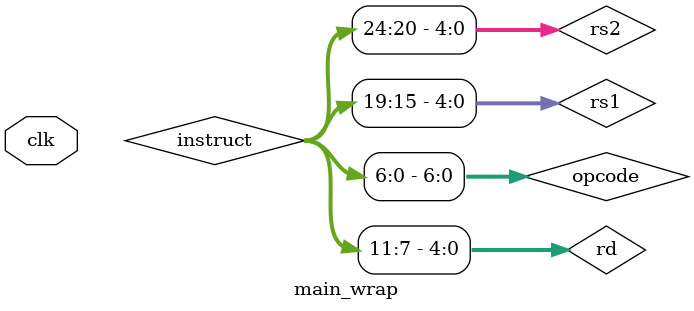
<source format=v>
`include "alu.v"
`include "control_unit.v"
`include "alu-control.v"
`include "data-mem.v"
`include "instruction.v"
`include "pc.v"
`include "register.v"
`include "immgen.v"
`include "mux-2x1.v"

module main_wrap(input clk);

    //// PC UPDATION ////
    reg [63:0] pc_add;
    wire [63:0] next_pc_add;
    initial begin
        pc_add <= 64'b0;
    end
    pc_address_generator pc_address_generator_uut(
        .nxt_pc_address(next_pc_add),
        .pc_add(pc_add),
        .immd(immediate),
        .branch(Branch)
    );
    always @(posedge clk) begin
        pc_add <= next_pc_add;
    end
    //////////////////////////////////////////////////////////////////////////////////////////


    //// INSTRUCTION MEMORY ////
    wire [31:0] instruct;
    instruction_module instruction_module_uut(
        .address(pc_add),
        .instruction(instruct)
    );
    //////////////////////////////////////////////////////////////////////////////////////////


    //// REGISTER FILE //// 
    wire [4:0] rs1, rs2, rd;
    wire [63:0] read1, read2;
    registerfile registerfile_uut(
        .Read1(rs1),
        .Read2(rs2),
        .WriteReg(rd),
        .WriteData(write_data),
        .RegWrite(RegWrite),
        .clk(clk),
        .Data1(read1),
        .Data2(read2)
    );
    //////////////////////////////////////////////////////////////////////////////////////////


    //// CONTROL UNIT ////
    wire ALUsrc, MemtoReg, RegWrite, MemRead, MemWrite, Branch;
    wire [1:0] aluop;
    wire [6:0] opcode;
    assign opcode = instruct[6:0];
    assign func3 = instruct[14:12];
    assign rs1 = instruct[19:15];
    assign rs2 = instruct[24:20];
    assign rd = instruct[11:7];
    ControlUnit ControlUnit_uut(
        .opcode(opcode),
        .ALUSrc(ALUsrc),
        .MemtoReg(MemtoReg),
        .RegWrite(RegWrite),
        .MemRead(MemRead),
        .MemWrite(MemWrite),
        .Branch(Branch),
        .ALUOp(aluop)
    );
    //////////////////////////////////////////////////////////////////////////////////////////


    //// IMM GENERATE //// 
    wire branch_imm;
    and and1(branch_imm, Branch, zero);
    wire [63:0] immediate;
    immGenerator immGenerator_uut(
        .instr(instruct),
        .immOut(immediate)
    );
    //////////////////////////////////////////////////////////////////////////////////////////


    //// ALU CONTROL ////
    wire [2:0] func3;
    alu_control_module alu_control_module_uut(
        .func3(func3),
        .func7(instruct[30]),
        .aluop(aluop),
        .alu_code(alu_control)
    );
    //////////////////////////////////////////////////////////////////////////////////////////


    //// ALU ////
    wire [63:0] alu_result,source2;
    wire zero, overflow;
    wire [3:0] alu_control;
    genvar k;
    generate
        for (k = 0;k<64 ;k=k+1 ) begin
            mux_2x1 muxxing(.sel(ALUsrc), .in0(read2[k]), .in1(immediate[k]), .out(source2[k]));
        end
    endgenerate
    alu alu_uut(
        .source_1(read1),
        .source_2(source2),
        .alu_code(alu_control),
        .result(alu_result),
        .zero(zero),
        .overflow(overflow)
    );
    //////////////////////////////////////////////////////////////////////////////////////////


    //// DATA MEMORY ////
    wire [63:0] Readdata;
    data_mem data_mem_uut(
        .out(Readdata),
        .add(alu_result),
        .in(read2),
        .mem_wr(MemWrite),
        .mem_rd(MemRead),
        .clk(clk)
    );
    //////////////////////////////////////////////////////////////////////////////////////////


    //// WRITE BACK ////
    wire [63:0] write_data;
    genvar a;
    generate
        for (a = 0;a<64 ;a=a+1 ) begin
            mux_2x1 muxxing(.sel(MemtoReg), .in0(alu_result[a]), .in1(Readdata[a]), .out(write_data[a]));
        end
    endgenerate
    //////////////////////////////////////////////////////////////////////////////////////////
endmodule

</source>
